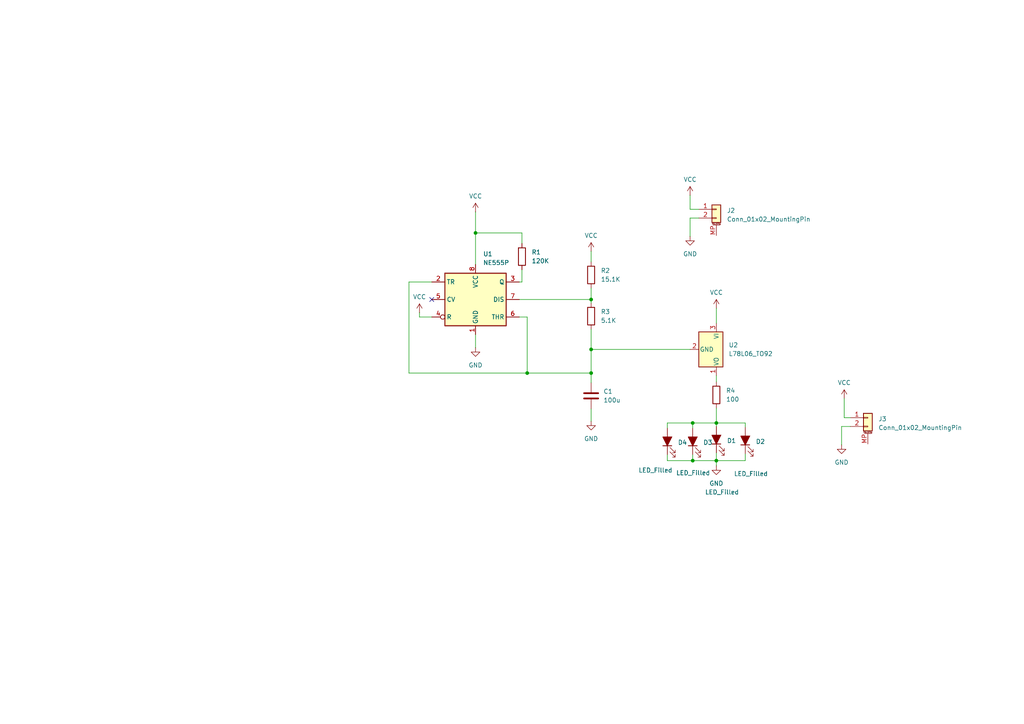
<source format=kicad_sch>
(kicad_sch (version 20231120) (generator "eeschema") (generator_version "8.0")
  (paper "A4")
  (lib_symbols
    (symbol "Connector_Generic_MountingPin:Conn_01x02_MountingPin" (pin_names (offset 1.016) hide)
      (property "Reference" "J" (at 0 2.54 0))
      (property "Value" "Conn_01x02_MountingPin" (at 1.27 -5.08 0))
      (symbol "Conn_01x02_MountingPin_1_1"
        (rectangle (start -1.27 -2.413) (end 0 -2.667) (stroke (width 0.1524)))
        (rectangle (start -1.27 0.127) (end 0 -0.127) (stroke (width 0.1524)))
        (rectangle (start -1.27 1.27) (end 1.27 -3.81) (stroke (width 0.254)) (fill (type background)))
        (polyline (pts (xy -1.016 -4.572) (xy 1.016 -4.572)) (stroke (width 0.1524)))
        (text "Mounting" (at 0 -4.191 0) (effects (font (size 0.381 0.381))))
        (pin passive line (at -5.08 0 0) (length 3.81) (name "Pin_1") (number "1"))
        (pin passive line (at -5.08 -2.54 0) (length 3.81) (name "Pin_2") (number "2"))
        (pin passive line (at 0 -7.62 90) (length 3.048) (name "MountPin") (number "MP"))
      )
    )
    (symbol "Device:C" (pin_numbers hide) (pin_names (offset 0.254))
      (property "Reference" "C" (at 0.635 2.54 0))
      (property "Value" "C" (at 0.635 -2.54 0))
      (symbol "C_0_1"
        (polyline (pts (xy -2.032 -0.762) (xy 2.032 -0.762)) (stroke (width 0.508)))
        (polyline (pts (xy -2.032 0.762) (xy 2.032 0.762)) (stroke (width 0.508)))
      )
      (symbol "C_1_1"
        (pin passive line (at 0 3.81 270) (length 2.794) (name "~") (number "1"))
        (pin passive line (at 0 -3.81 90) (length 2.794) (name "~") (number "2"))
      )
    )
    (symbol "Device:LED_Filled" (pin_numbers hide) (pin_names (offset 1.016) hide)
      (property "Reference" "D" (at 0 2.54 0))
      (property "Value" "LED_Filled" (at 0 -2.54 0))
      (symbol "LED_Filled_0_1"
        (polyline (pts (xy -1.27 -1.27) (xy -1.27 1.27)) (stroke (width 0.254)))
        (polyline (pts (xy -1.27 0) (xy 1.27 0)))
        (polyline (pts (xy 1.27 -1.27) (xy 1.27 1.27) (xy -1.27 0) (xy 1.27 -1.27)) (stroke (width 0.254)) (fill (type outline)))
        (polyline (pts (xy -3.048 -0.762) (xy -4.572 -2.286) (xy -3.81 -2.286) (xy -4.572 -2.286) (xy -4.572 -1.524)))
        (polyline (pts (xy -1.778 -0.762) (xy -3.302 -2.286) (xy -2.54 -2.286) (xy -3.302 -2.286) (xy -3.302 -1.524)))
      )
      (symbol "LED_Filled_1_1"
        (pin passive line (at -3.81 0 0) (length 2.54) (name "K") (number "1"))
        (pin passive line (at 3.81 0 180) (length 2.54) (name "A") (number "2"))
      )
    )
    (symbol "Device:R" (pin_numbers hide) (pin_names (offset 0))
      (property "Reference" "R" (at 2.032 0 90))
      (property "Value" "R" (at 0 0 90))
      (symbol "R_0_1"
        (rectangle (start -1.016 -2.54) (end 1.016 2.54) (stroke (width 0.254)))
      )
      (symbol "R_1_1"
        (pin passive line (at 0 3.81 270) (length 1.27) (name "~") (number "1"))
        (pin passive line (at 0 -3.81 90) (length 1.27) (name "~") (number "2"))
      )
    )
    (symbol "Regulator_Linear:L78L06_TO92" (pin_names (offset 0.254))
      (property "Reference" "U" (at -3.81 3.175 0))
      (property "Value" "L78L06_TO92" (at 0 3.175 0))
      (symbol "L78L06_TO92_0_1"
        (rectangle (start -5.08 -5.08) (end 5.08 1.905) (stroke (width 0.254)) (fill (type background)))
      )
      (symbol "L78L06_TO92_1_1"
        (pin power_out line (at 7.62 0 180) (length 2.54) (name "VO") (number "1"))
        (pin power_in line (at 0 -7.62 90) (length 2.54) (name "GND") (number "2"))
        (pin power_in line (at -7.62 0 0) (length 2.54) (name "VI") (number "3"))
      )
    )
    (symbol "Timer:NE555P"
      (property "Reference" "U" (at -10.16 8.89 0))
      (property "Value" "NE555P" (at 2.54 8.89 0))
      (symbol "NE555P_0_0"
        (pin power_in line (at 0 -10.16 90) (length 2.54) (name "GND") (number "1"))
        (pin power_in line (at 0 10.16 270) (length 2.54) (name "VCC") (number "8"))
      )
      (symbol "NE555P_0_1"
        (rectangle (start -8.89 -7.62) (end 8.89 7.62) (stroke (width 0.254)) (fill (type background)))
        (rectangle (start -8.89 -7.62) (end 8.89 7.62) (stroke (width 0.254)) (fill (type background)))
      )
      (symbol "NE555P_1_1"
        (pin input line (at -12.7 5.08 0) (length 3.81) (name "TR") (number "2"))
        (pin output line (at 12.7 5.08 180) (length 3.81) (name "Q") (number "3"))
        (pin input inverted (at -12.7 -5.08 0) (length 3.81) (name "R") (number "4"))
        (pin input line (at -12.7 0 0) (length 3.81) (name "CV") (number "5"))
        (pin input line (at 12.7 -5.08 180) (length 3.81) (name "THR") (number "6"))
        (pin input line (at 12.7 0 180) (length 3.81) (name "DIS") (number "7"))
      )
    )
    (symbol "power:GND" (power) (pin_numbers hide) (pin_names (offset 0) hide)
      (property "Value" "GND" (at 0 -3.81 0))
      (symbol "GND_0_1"
        (polyline (pts (xy 0 0) (xy 0 -1.27) (xy 1.27 -1.27) (xy 0 -2.54) (xy -1.27 -1.27) (xy 0 -1.27)))
      )
      (symbol "GND_1_1"
        (pin power_in line (at 0 0 270) (length 0) (name "~") (number "1"))
      )
    )
    (symbol "power:VCC" (power) (pin_numbers hide) (pin_names (offset 0) hide)
      (property "Value" "VCC" (at 0 3.556 0))
      (symbol "VCC_0_1"
        (polyline (pts (xy -0.762 1.27) (xy 0 2.54)))
        (polyline (pts (xy 0 0) (xy 0 2.54)))
        (polyline (pts (xy 0 2.54) (xy 0.762 1.27)))
      )
      (symbol "VCC_1_1"
        (pin power_in line (at 0 0 90) (length 0) (name "~") (number "1"))
      )
    )
  )
  (junction (at 171.45 108.204))
  (junction (at 200.914 122.682))
  (junction (at 200.914 133.604))
  (junction (at 171.45 86.868))
  (junction (at 152.908 108.204))
  (junction (at 171.45 101.346))
  (junction (at 137.922 67.564))
  (junction (at 207.772 122.682))
  (junction (at 207.772 133.604))
  (no_connect (at 125.222 86.868))
  (wire (pts (xy 200.152 60.706) (xy 200.152 56.642)))
  (wire (pts (xy 207.772 122.682) (xy 216.154 122.682)))
  (wire (pts (xy 216.154 123.952) (xy 216.154 122.682)))
  (wire (pts (xy 207.772 133.604) (xy 207.772 135.128)))
  (wire (pts (xy 171.45 72.898) (xy 171.45 75.946)))
  (wire (pts (xy 171.45 101.346) (xy 171.45 108.204)))
  (wire (pts (xy 207.772 122.682) (xy 207.772 123.698)))
  (wire (pts (xy 121.666 90.678) (xy 121.666 91.948)))
  (wire (pts (xy 200.914 122.682) (xy 207.772 122.682)))
  (wire (pts (xy 246.634 121.158) (xy 244.856 121.158)))
  (wire (pts (xy 171.45 108.204) (xy 171.45 110.998)))
  (wire (pts (xy 207.772 133.604) (xy 216.154 133.604)))
  (wire (pts (xy 118.618 81.788) (xy 118.618 108.204)))
  (wire (pts (xy 200.152 60.706) (xy 202.692 60.706)))
  (wire (pts (xy 150.622 81.788) (xy 151.384 81.788)))
  (wire (pts (xy 151.384 67.564) (xy 137.922 67.564)))
  (wire (pts (xy 151.384 78.232) (xy 151.384 81.788)))
  (wire (pts (xy 118.618 108.204) (xy 152.908 108.204)))
  (wire (pts (xy 137.922 97.028) (xy 137.922 100.838)))
  (wire (pts (xy 193.548 131.826) (xy 193.548 133.604)))
  (wire (pts (xy 171.45 86.868) (xy 171.45 87.884)))
  (wire (pts (xy 202.692 63.246) (xy 200.152 63.246)))
  (wire (pts (xy 152.908 108.204) (xy 152.908 91.948)))
  (wire (pts (xy 200.152 63.246) (xy 200.152 68.58)))
  (wire (pts (xy 152.908 108.204) (xy 171.45 108.204)))
  (wire (pts (xy 137.922 67.564) (xy 137.922 76.708)))
  (wire (pts (xy 125.222 91.948) (xy 121.666 91.948)))
  (wire (pts (xy 207.772 118.364) (xy 207.772 122.682)))
  (wire (pts (xy 171.45 95.504) (xy 171.45 101.346)))
  (wire (pts (xy 152.908 91.948) (xy 150.622 91.948)))
  (wire (pts (xy 244.856 121.158) (xy 244.856 115.57)))
  (wire (pts (xy 193.548 122.682) (xy 200.914 122.682)))
  (wire (pts (xy 193.548 133.604) (xy 200.914 133.604)))
  (wire (pts (xy 150.622 86.868) (xy 171.45 86.868)))
  (wire (pts (xy 200.914 131.826) (xy 200.914 133.604)))
  (wire (pts (xy 151.384 70.612) (xy 151.384 67.564)))
  (wire (pts (xy 171.45 83.566) (xy 171.45 86.868)))
  (wire (pts (xy 200.914 133.604) (xy 207.772 133.604)))
  (wire (pts (xy 244.094 123.698) (xy 244.094 129.032)))
  (wire (pts (xy 246.634 123.698) (xy 244.094 123.698)))
  (wire (pts (xy 216.154 131.572) (xy 216.154 133.604)))
  (wire (pts (xy 207.772 131.318) (xy 207.772 133.604)))
  (wire (pts (xy 193.548 124.206) (xy 193.548 122.682)))
  (wire (pts (xy 171.45 118.618) (xy 171.45 122.174)))
  (wire (pts (xy 200.914 122.682) (xy 200.914 124.206)))
  (wire (pts (xy 207.772 108.966) (xy 207.772 110.744)))
  (wire (pts (xy 125.222 81.788) (xy 118.618 81.788)))
  (wire (pts (xy 137.922 61.468) (xy 137.922 67.564)))
  (wire (pts (xy 207.772 89.408) (xy 207.772 93.726)))
  (wire (pts (xy 171.45 101.346) (xy 200.152 101.346)))
  (symbol (lib_id "power:GND") (at 171.45 122.174 0) (unit 1)
    (property "Reference" "#PWR04" (effects (hide yes)))
    (property "Value" "GND" (at 171.45 127.254 0))
    (property "Description" "Power symbol creates a global label with name \"GND\" , ground" (effects (hide yes)))
  )
  (symbol (lib_id "Timer:NE555P") (at 137.922 86.868 0) (unit 1)
    (property "Reference" "U1" (at 140.1161 73.66 0) (effects (justify left)))
    (property "Value" "NE555P" (at 140.1161 76.2 0) (effects (justify left)))
    (property "Footprint" "Package_DIP:DIP-8_W7.62mm" (effects (hide yes)))
    (property "Datasheet" "http://www.ti.com/lit/ds/symlink/ne555.pdf" (effects (hide yes)))
    (property "Description" "Precision Timers, 555 compatible,  PDIP-8" (effects (hide yes)))
  )
  (symbol (lib_id "Device:C") (at 171.45 114.808 0) (unit 1)
    (property "Reference" "C1" (at 175.006 113.5379 0) (effects (justify left)))
    (property "Value" "100u" (at 175.006 116.0779 0) (effects (justify left)))
    (property "Footprint" "Capacitor_THT:CP_Radial_D5.0mm_P2.50mm" (effects (hide yes)))
    (property "Description" "Unpolarized capacitor" (effects (hide yes)))
  )
  (symbol (lib_id "Device:LED_Filled") (at 193.548 128.016 90) (unit 1)
    (property "Reference" "D4" (at 196.596 128.3334 90) (effects (justify right)))
    (property "Value" "LED_Filled" (at 185.166 136.398 90) (effects (justify right)))
    (property "Footprint" "LED_THT:LED_D3.0mm" (effects (hide yes)))
    (property "Description" "Light emitting diode, filled shape" (effects (hide yes)))
  )
  (symbol (lib_id "power:VCC") (at 200.152 56.642 0) (unit 1)
    (property "Reference" "#PWR010" (effects (hide yes)))
    (property "Value" "VCC" (at 200.152 52.07 0))
    (property "Description" "Power symbol creates a global label with name \"VCC\"" (effects (hide yes)))
  )
  (symbol (lib_id "power:VCC") (at 171.45 72.898 0) (unit 1)
    (property "Reference" "#PWR03" (effects (hide yes)))
    (property "Value" "VCC" (at 171.45 68.326 0))
    (property "Description" "Power symbol creates a global label with name \"VCC\"" (effects (hide yes)))
  )
  (symbol (lib_id "Device:R") (at 207.772 114.554 0) (unit 1)
    (property "Reference" "R4" (at 210.566 113.2839 0) (effects (justify left)))
    (property "Value" "100" (at 210.566 115.8239 0) (effects (justify left)))
    (property "Footprint" "Resistor_THT:R_Axial_DIN0207_L6.3mm_D2.5mm_P7.62mm_Horizontal" (effects (hide yes)))
    (property "Description" "Resistor" (effects (hide yes)))
  )
  (symbol (lib_id "Device:LED_Filled") (at 200.914 128.016 90) (unit 1)
    (property "Reference" "D3" (at 203.962 128.3334 90) (effects (justify right)))
    (property "Value" "LED_Filled" (at 196.088 137.16 90) (effects (justify right)))
    (property "Footprint" "LED_THT:LED_D3.0mm" (effects (hide yes)))
    (property "Description" "Light emitting diode, filled shape" (effects (hide yes)))
  )
  (symbol (lib_id "Connector_Generic_MountingPin:Conn_01x02_MountingPin") (at 251.714 121.158 0) (unit 1)
    (property "Reference" "J3" (at 254.762 121.5135 0) (effects (justify left)))
    (property "Value" "Conn_01x02_MountingPin" (at 254.762 124.0535 0) (effects (justify left)))
    (property "Footprint" "Connector_PinHeader_2.54mm:PinHeader_1x02_P2.54mm_Vertical" (effects (hide yes)))
    (property "Description" "Generic connectable mounting pin connector, single row, 01x02, script generated (kicad-library-utils/schlib/autogen/connector/)" (effects (hide yes)))
  )
  (symbol (lib_id "Device:LED_Filled") (at 207.772 127.508 90) (unit 1)
    (property "Reference" "D1" (at 210.82 127.8254 90) (effects (justify right)))
    (property "Value" "LED_Filled" (at 204.47 142.748 90) (effects (justify right)))
    (property "Footprint" "LED_THT:LED_D3.0mm" (effects (hide yes)))
    (property "Description" "Light emitting diode, filled shape" (effects (hide yes)))
  )
  (symbol (lib_id "power:VCC") (at 137.922 61.468 0) (unit 1)
    (property "Reference" "#PWR01" (effects (hide yes)))
    (property "Value" "VCC" (at 137.922 56.896 0))
    (property "Description" "Power symbol creates a global label with name \"VCC\"" (effects (hide yes)))
  )
  (symbol (lib_id "power:GND") (at 207.772 135.128 0) (unit 1)
    (property "Reference" "#PWR06" (effects (hide yes)))
    (property "Value" "GND" (at 207.772 140.208 0))
    (property "Description" "Power symbol creates a global label with name \"GND\" , ground" (effects (hide yes)))
  )
  (symbol (lib_id "power:GND") (at 137.922 100.838 0) (unit 1)
    (property "Reference" "#PWR02" (effects (hide yes)))
    (property "Value" "GND" (at 137.922 105.918 0))
    (property "Description" "Power symbol creates a global label with name \"GND\" , ground" (effects (hide yes)))
  )
  (symbol (lib_id "Regulator_Linear:L78L06_TO92") (at 207.772 101.346 270) (unit 1)
    (property "Reference" "U2" (at 211.328 100.0759 90) (effects (justify left)))
    (property "Value" "L78L06_TO92" (at 211.328 102.6159 90) (effects (justify left)))
    (property "Footprint" "Package_TO_SOT_THT:TO-92L_Inline" (effects (hide yes)))
    (property "Datasheet" "http://www.st.com/content/ccc/resource/technical/document/datasheet/15/55/e5/aa/23/5b/43/fd/CD00000446.pdf/files/CD00000446.pdf/jcr:content/translations/en.CD00000446.pdf" (effects (hide yes)))
    (property "Description" "Positive 100mA 30V Linear Regulator, Fixed Output 6V, TO-92" (effects (hide yes)))
  )
  (symbol (lib_id "power:GND") (at 200.152 68.58 0) (unit 1)
    (property "Reference" "#PWR011" (effects (hide yes)))
    (property "Value" "GND" (at 200.152 73.66 0))
    (property "Description" "Power symbol creates a global label with name \"GND\" , ground" (effects (hide yes)))
  )
  (symbol (lib_id "power:VCC") (at 121.666 90.678 0) (unit 1)
    (property "Reference" "#PWR05" (effects (hide yes)))
    (property "Value" "VCC" (at 121.666 86.106 0))
    (property "Description" "Power symbol creates a global label with name \"VCC\"" (effects (hide yes)))
  )
  (symbol (lib_id "power:VCC") (at 244.856 115.57 0) (unit 1)
    (property "Reference" "#PWR012" (effects (hide yes)))
    (property "Value" "VCC" (at 244.856 110.998 0))
    (property "Description" "Power symbol creates a global label with name \"VCC\"" (effects (hide yes)))
  )
  (symbol (lib_id "Connector_Generic_MountingPin:Conn_01x02_MountingPin") (at 207.772 60.706 0) (unit 1)
    (property "Reference" "J2" (at 210.82 61.0615 0) (effects (justify left)))
    (property "Value" "Conn_01x02_MountingPin" (at 210.82 63.6015 0) (effects (justify left)))
    (property "Footprint" "Connector_PinHeader_2.54mm:PinHeader_1x02_P2.54mm_Vertical" (effects (hide yes)))
    (property "Description" "Generic connectable mounting pin connector, single row, 01x02, script generated (kicad-library-utils/schlib/autogen/connector/)" (effects (hide yes)))
  )
  (symbol (lib_id "Device:LED_Filled") (at 216.154 127.762 90) (unit 1)
    (property "Reference" "D2" (at 219.202 128.0794 90) (effects (justify right)))
    (property "Value" "LED_Filled" (at 212.852 137.414 90) (effects (justify right)))
    (property "Footprint" "LED_THT:LED_D3.0mm" (effects (hide yes)))
    (property "Description" "Light emitting diode, filled shape" (effects (hide yes)))
  )
  (symbol (lib_id "Device:R") (at 171.45 79.756 0) (unit 1)
    (property "Reference" "R2" (at 174.244 78.4859 0) (effects (justify left)))
    (property "Value" "15.1K" (at 174.244 81.0259 0) (effects (justify left)))
    (property "Footprint" "Resistor_THT:R_Axial_DIN0207_L6.3mm_D2.5mm_P7.62mm_Horizontal" (effects (hide yes)))
    (property "Description" "Resistor" (effects (hide yes)))
  )
  (symbol (lib_id "power:GND") (at 244.094 129.032 0) (unit 1)
    (property "Reference" "#PWR08" (effects (hide yes)))
    (property "Value" "GND" (at 244.094 134.112 0))
    (property "Description" "Power symbol creates a global label with name \"GND\" , ground" (effects (hide yes)))
  )
  (symbol (lib_id "power:VCC") (at 207.772 89.408 0) (unit 1)
    (property "Reference" "#PWR07" (effects (hide yes)))
    (property "Value" "VCC" (at 207.772 84.836 0))
    (property "Description" "Power symbol creates a global label with name \"VCC\"" (effects (hide yes)))
  )
  (symbol (lib_id "Device:R") (at 171.45 91.694 0) (unit 1)
    (property "Reference" "R3" (at 174.244 90.4239 0) (effects (justify left)))
    (property "Value" "5.1K" (at 174.244 92.9639 0) (effects (justify left)))
    (property "Footprint" "Resistor_THT:R_Axial_DIN0207_L6.3mm_D2.5mm_P7.62mm_Horizontal" (effects (hide yes)))
    (property "Description" "Resistor" (effects (hide yes)))
  )
  (symbol (lib_id "Device:R") (at 151.384 74.422 0) (unit 1)
    (property "Reference" "R1" (at 154.178 73.1519 0) (effects (justify left)))
    (property "Value" "120K" (at 154.178 75.6919 0) (effects (justify left)))
    (property "Footprint" "Resistor_THT:R_Axial_DIN0207_L6.3mm_D2.5mm_P7.62mm_Horizontal" (effects (hide yes)))
    (property "Description" "Resistor" (effects (hide yes)))
  )
)
</source>
